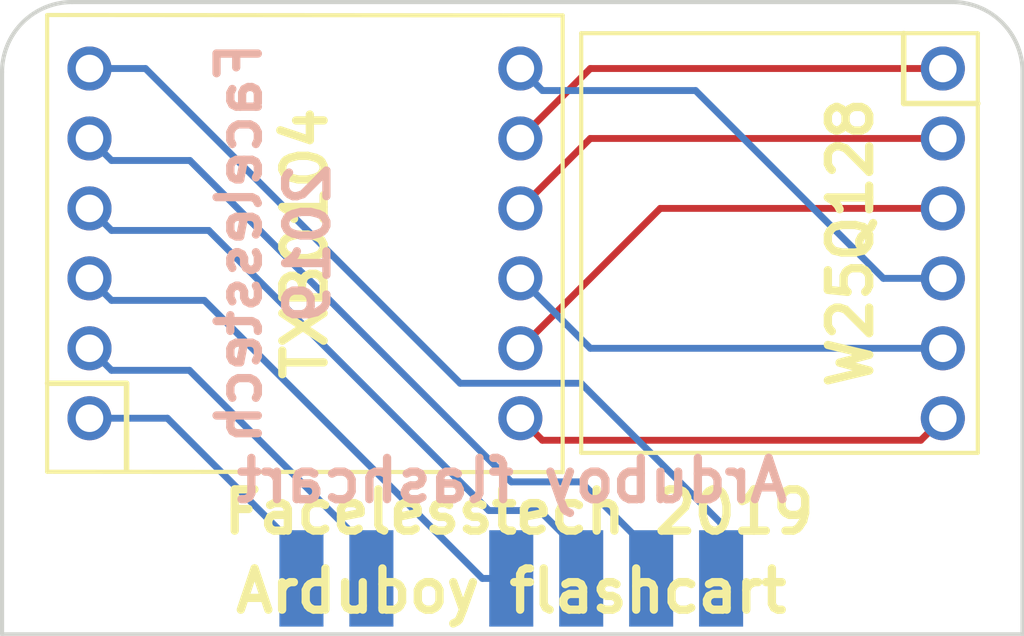
<source format=kicad_pcb>
(kicad_pcb (version 20171130) (host pcbnew 5.0.2+dfsg1-1~bpo9+1)

  (general
    (thickness 1.6)
    (drawings 17)
    (tracks 43)
    (zones 0)
    (modules 3)
    (nets 13)
  )

  (page A4)
  (layers
    (0 F.Cu signal)
    (31 B.Cu signal)
    (32 B.Adhes user)
    (33 F.Adhes user)
    (34 B.Paste user)
    (35 F.Paste user)
    (36 B.SilkS user)
    (37 F.SilkS user)
    (38 B.Mask user)
    (39 F.Mask user)
    (40 Dwgs.User user)
    (41 Cmts.User user)
    (42 Eco1.User user)
    (43 Eco2.User user)
    (44 Edge.Cuts user)
    (45 Margin user)
    (46 B.CrtYd user)
    (47 F.CrtYd user)
    (48 B.Fab user)
    (49 F.Fab user)
  )

  (setup
    (last_trace_width 0.25)
    (trace_clearance 0.2)
    (zone_clearance 0.508)
    (zone_45_only no)
    (trace_min 0.2)
    (segment_width 0.2)
    (edge_width 0.15)
    (via_size 0.8)
    (via_drill 0.4)
    (via_min_size 0.4)
    (via_min_drill 0.3)
    (uvia_size 0.3)
    (uvia_drill 0.1)
    (uvias_allowed no)
    (uvia_min_size 0.2)
    (uvia_min_drill 0.1)
    (pcb_text_width 0.3)
    (pcb_text_size 1.5 1.5)
    (mod_edge_width 0.15)
    (mod_text_size 1 1)
    (mod_text_width 0.15)
    (pad_size 1.524 1.524)
    (pad_drill 0.762)
    (pad_to_mask_clearance 0.051)
    (solder_mask_min_width 0.25)
    (aux_axis_origin 0 0)
    (visible_elements FFFFFF7F)
    (pcbplotparams
      (layerselection 0x010f0_ffffffff)
      (usegerberextensions false)
      (usegerberattributes false)
      (usegerberadvancedattributes false)
      (creategerberjobfile false)
      (excludeedgelayer true)
      (linewidth 0.100000)
      (plotframeref false)
      (viasonmask false)
      (mode 1)
      (useauxorigin false)
      (hpglpennumber 1)
      (hpglpenspeed 20)
      (hpglpendiameter 15.000000)
      (psnegative false)
      (psa4output false)
      (plotreference true)
      (plotvalue true)
      (plotinvisibletext false)
      (padsonsilk false)
      (subtractmaskfromsilk false)
      (outputformat 1)
      (mirror false)
      (drillshape 0)
      (scaleselection 1)
      (outputdirectory "gerbers/"))
  )

  (net 0 "")
  (net 1 "Net-(U1-Pad3)")
  (net 2 "Net-(U1-Pad4)")
  (net 3 "Net-(U1-Pad5)")
  (net 4 "Net-(U1-Pad6)")
  (net 5 "Net-(U1-Pad2)")
  (net 6 "Net-(U1-Pad1)")
  (net 7 "Net-(U2-Pad4)")
  (net 8 "Net-(U2-Pad3)")
  (net 9 "Net-(U2-Pad5)")
  (net 10 "Net-(U2-Pad6)")
  (net 11 "Net-(U2-Pad2)")
  (net 12 "Net-(U2-Pad1)")

  (net_class Default "This is the default net class."
    (clearance 0.2)
    (trace_width 0.25)
    (via_dia 0.8)
    (via_drill 0.4)
    (uvia_dia 0.3)
    (uvia_drill 0.1)
    (add_net "Net-(U1-Pad1)")
    (add_net "Net-(U1-Pad2)")
    (add_net "Net-(U1-Pad3)")
    (add_net "Net-(U1-Pad4)")
    (add_net "Net-(U1-Pad5)")
    (add_net "Net-(U1-Pad6)")
    (add_net "Net-(U2-Pad1)")
    (add_net "Net-(U2-Pad2)")
    (add_net "Net-(U2-Pad3)")
    (add_net "Net-(U2-Pad4)")
    (add_net "Net-(U2-Pad5)")
    (add_net "Net-(U2-Pad6)")
  )

  (module w25q128:W25Q128 (layer F.Cu) (tedit 5CE2C73A) (tstamp 5CFA0065)
    (at 132.6134 50.4444 90)
    (path /5CD716E2)
    (fp_text reference U1 (at -0.0635 -2.0701 90) (layer F.SilkS) hide
      (effects (font (size 1 1) (thickness 0.15)))
    )
    (fp_text value w25q128 (at -0.0254 -3.6195 90) (layer F.Fab) hide
      (effects (font (size 1 1) (thickness 0.15)))
    )
    (fp_line (start -7.6073 1.27) (end 7.6327 1.27) (layer F.SilkS) (width 0.15))
    (fp_line (start 7.6327 1.27) (end 7.6327 -13.1318) (layer F.SilkS) (width 0.15))
    (fp_line (start 7.6327 -13.1318) (end -7.6073 -13.1318) (layer F.SilkS) (width 0.15))
    (fp_line (start -7.6073 -13.1318) (end -7.6073 1.27) (layer F.SilkS) (width 0.15))
    (pad 3 thru_hole circle (at -1.27 0 90) (size 1.6 1.6) (drill 1) (layers *.Cu *.Mask)
      (net 1 "Net-(U1-Pad3)"))
    (pad 4 thru_hole circle (at 1.27 0 90) (size 1.6 1.6) (drill 1) (layers *.Cu *.Mask)
      (net 2 "Net-(U1-Pad4)"))
    (pad 5 thru_hole circle (at 3.81 0 90) (size 1.6 1.6) (drill 1) (layers *.Cu *.Mask)
      (net 3 "Net-(U1-Pad5)"))
    (pad 6 thru_hole circle (at 6.35 0 90) (size 1.6 1.6) (drill 1) (layers *.Cu *.Mask)
      (net 4 "Net-(U1-Pad6)"))
    (pad 2 thru_hole circle (at -3.81 0 90) (size 1.6 1.6) (drill 1) (layers *.Cu *.Mask)
      (net 5 "Net-(U1-Pad2)"))
    (pad 1 thru_hole circle (at -6.35 0 90) (size 1.6 1.6) (drill 1) (layers *.Cu *.Mask)
      (net 6 "Net-(U1-Pad1)"))
  )

  (module txb0104:TXB0104 (layer F.Cu) (tedit 5CE2C740) (tstamp 5CE412EC)
    (at 109.4486 50.4444)
    (path /5CD7125C)
    (fp_text reference U2 (at -0.0254 2.2352) (layer F.SilkS) hide
      (effects (font (size 1 1) (thickness 0.15)))
    )
    (fp_text value TXB0104 (at -0.0254 -1.8796) (layer F.Fab) hide
      (effects (font (size 1 1) (thickness 0.15)))
    )
    (fp_line (start -9.3599 -8.2931) (end -9.3599 8.2931) (layer F.SilkS) (width 0.15))
    (fp_line (start -9.3599 8.2931) (end 9.3599 8.3058) (layer F.SilkS) (width 0.15))
    (fp_line (start 9.3599 8.3058) (end 9.3599 -8.2804) (layer F.SilkS) (width 0.15))
    (fp_line (start 9.3599 -8.2804) (end -9.3599 -8.2931) (layer F.SilkS) (width 0.15))
    (pad 4 thru_hole circle (at -7.8232 -1.27) (size 1.6 1.6) (drill 1) (layers *.Cu *.Mask)
      (net 7 "Net-(U2-Pad4)"))
    (pad 3 thru_hole circle (at -7.8232 1.27) (size 1.6 1.6) (drill 1) (layers *.Cu *.Mask)
      (net 8 "Net-(U2-Pad3)"))
    (pad 10 thru_hole circle (at 7.8232 -1.27) (size 1.6 1.6) (drill 1) (layers *.Cu *.Mask)
      (net 3 "Net-(U1-Pad5)"))
    (pad 9 thru_hole circle (at 7.8232 1.27) (size 1.6 1.6) (drill 1) (layers *.Cu *.Mask)
      (net 5 "Net-(U1-Pad2)"))
    (pad 5 thru_hole circle (at -7.8232 -3.81) (size 1.6 1.6) (drill 1) (layers *.Cu *.Mask)
      (net 9 "Net-(U2-Pad5)"))
    (pad 6 thru_hole circle (at -7.8232 -6.35) (size 1.6 1.6) (drill 1) (layers *.Cu *.Mask)
      (net 10 "Net-(U2-Pad6)"))
    (pad 2 thru_hole circle (at -7.8232 3.81) (size 1.6 1.6) (drill 1) (layers *.Cu *.Mask)
      (net 11 "Net-(U2-Pad2)"))
    (pad 1 thru_hole circle (at -7.8232 6.35) (size 1.6 1.6) (drill 1) (layers *.Cu *.Mask)
      (net 12 "Net-(U2-Pad1)"))
    (pad 11 thru_hole circle (at 7.8232 -3.81) (size 1.6 1.6) (drill 1) (layers *.Cu *.Mask)
      (net 4 "Net-(U1-Pad6)"))
    (pad 12 thru_hole circle (at 7.8232 -6.35) (size 1.6 1.6) (drill 1) (layers *.Cu *.Mask)
      (net 1 "Net-(U1-Pad3)"))
    (pad 8 thru_hole circle (at 7.8232 3.81) (size 1.6 1.6) (drill 1) (layers *.Cu *.Mask)
      (net 2 "Net-(U1-Pad4)"))
    (pad 7 thru_hole circle (at 7.8232 6.35) (size 1.6 1.6) (drill 1) (layers *.Cu *.Mask)
      (net 6 "Net-(U1-Pad1)"))
  )

  (module arduboy_flashcart_port:arduboy_flashcart_port_smd (layer B.Cu) (tedit 5CE2C733) (tstamp 5CE41337)
    (at 118.2116 62.611)
    (path /5CDE8CEB)
    (fp_text reference U3 (at -0.0127 3.4671) (layer B.SilkS) hide
      (effects (font (size 1 1) (thickness 0.15)) (justify mirror))
    )
    (fp_text value arduboy_flashcart_header_custom (at 0.0127 6.0325) (layer B.Fab) hide
      (effects (font (size 1 1) (thickness 0.15)) (justify mirror))
    )
    (pad 3 smd rect (at -1.27 0) (size 1.6 3.5) (layers B.Cu B.Paste B.Mask)
      (net 8 "Net-(U2-Pad3)"))
    (pad 4 smd rect (at 1.27 0) (size 1.6 3.5) (layers B.Cu B.Paste B.Mask)
      (net 7 "Net-(U2-Pad4)"))
    (pad 5 smd rect (at 3.81 0) (size 1.6 3.5) (layers B.Cu B.Paste B.Mask)
      (net 9 "Net-(U2-Pad5)"))
    (pad 6 smd rect (at 6.35 0) (size 1.6 3.5) (layers B.Cu B.Paste B.Mask)
      (net 10 "Net-(U2-Pad6)"))
    (pad 1 smd rect (at -8.89 0) (size 1.6 3.5) (layers B.Cu B.Paste B.Mask)
      (net 12 "Net-(U2-Pad1)"))
    (pad 2 smd rect (at -6.35 0) (size 1.6 3.5) (layers B.Cu B.Paste B.Mask)
      (net 11 "Net-(U2-Pad2)"))
  )

  (gr_text "Facelesstech 2019" (at 117.221 60.198) (layer F.SilkS) (tstamp 5CE59291)
    (effects (font (size 1.5 1.5) (thickness 0.3)))
  )
  (gr_text "Arduboy flashcart" (at 116.9416 63.0682) (layer F.SilkS) (tstamp 5CE59236)
    (effects (font (size 1.5 1.5) (thickness 0.3)))
  )
  (gr_text 2019 (at 109.5502 50.4444 90) (layer B.SilkS)
    (effects (font (size 1.5 1.5) (thickness 0.3)) (justify mirror))
  )
  (gr_text Facelesstech (at 107.061 50.4444 90) (layer B.SilkS)
    (effects (font (size 1.5 1.5) (thickness 0.3)) (justify mirror))
  )
  (gr_text "Arduboy flashcart" (at 116.967 59.055) (layer B.SilkS)
    (effects (font (size 1.5 1.5) (thickness 0.3)) (justify mirror))
  )
  (gr_line (start 102.9716 55.5244) (end 102.9716 58.6994) (layer F.SilkS) (width 0.2))
  (gr_line (start 100.1014 55.5244) (end 102.9716 55.5244) (layer F.SilkS) (width 0.2))
  (gr_line (start 131.191 45.3644) (end 133.8834 45.3644) (layer F.SilkS) (width 0.2))
  (gr_line (start 131.191 42.8244) (end 131.191 45.3644) (layer F.SilkS) (width 0.2))
  (gr_text TXB0104 (at 109.4486 50.4444 90) (layer F.SilkS)
    (effects (font (size 1.5 1.5) (thickness 0.3)))
  )
  (gr_text W25Q128 (at 129.2606 50.419 90) (layer F.SilkS)
    (effects (font (size 1.5 1.5) (thickness 0.3)))
  )
  (gr_line (start 135.509 64.643) (end 98.4504 64.643) (layer Edge.Cuts) (width 0.15))
  (gr_line (start 100.9904 41.6814) (end 132.9436 41.6814) (layer Edge.Cuts) (width 0.15))
  (gr_line (start 98.4504 64.643) (end 98.4504 44.2214) (layer Edge.Cuts) (width 0.15))
  (gr_line (start 135.509 44.2214) (end 135.509 64.643) (layer Edge.Cuts) (width 0.15))
  (gr_arc (start 132.969 44.2214) (end 135.509 44.2214) (angle -90) (layer Edge.Cuts) (width 0.15))
  (gr_arc (start 100.9904 44.2214) (end 100.9904 41.6814) (angle -90) (layer Edge.Cuts) (width 0.15) (tstamp 5CE41315))

  (segment (start 118.071799 44.894399) (end 123.634399 44.894399) (width 0.25) (layer B.Cu) (net 1))
  (segment (start 117.2718 44.0944) (end 118.071799 44.894399) (width 0.25) (layer B.Cu) (net 1))
  (segment (start 130.4544 51.7144) (end 132.6134 51.7144) (width 0.25) (layer B.Cu) (net 1))
  (segment (start 123.634399 44.894399) (end 130.4544 51.7144) (width 0.25) (layer B.Cu) (net 1))
  (segment (start 122.3518 49.1744) (end 132.6134 49.1744) (width 0.25) (layer F.Cu) (net 2))
  (segment (start 117.2718 54.2544) (end 122.3518 49.1744) (width 0.25) (layer F.Cu) (net 2))
  (segment (start 119.8118 46.6344) (end 132.6134 46.6344) (width 0.25) (layer F.Cu) (net 3))
  (segment (start 117.2718 49.1744) (end 119.8118 46.6344) (width 0.25) (layer F.Cu) (net 3))
  (segment (start 119.8118 44.0944) (end 117.2718 46.6344) (width 0.25) (layer F.Cu) (net 4))
  (segment (start 132.6134 44.0944) (end 119.8118 44.0944) (width 0.25) (layer F.Cu) (net 4))
  (segment (start 119.8118 54.2544) (end 132.6134 54.2544) (width 0.25) (layer B.Cu) (net 5))
  (segment (start 117.2718 51.7144) (end 119.8118 54.2544) (width 0.25) (layer B.Cu) (net 5))
  (segment (start 131.813401 57.594399) (end 132.6134 56.7944) (width 0.25) (layer F.Cu) (net 6))
  (segment (start 118.071799 57.594399) (end 131.813401 57.594399) (width 0.25) (layer F.Cu) (net 6))
  (segment (start 117.2718 56.7944) (end 118.071799 57.594399) (width 0.25) (layer F.Cu) (net 6))
  (segment (start 102.425399 49.974399) (end 105.955999 49.974399) (width 0.25) (layer B.Cu) (net 7))
  (segment (start 101.6254 49.1744) (end 102.425399 49.974399) (width 0.25) (layer B.Cu) (net 7))
  (segment (start 105.955999 49.974399) (end 116.1288 60.1472) (width 0.25) (layer B.Cu) (net 7))
  (segment (start 119.4816 61.661) (end 119.4816 62.611) (width 0.25) (layer B.Cu) (net 7))
  (segment (start 117.9678 60.1472) (end 119.4816 61.661) (width 0.25) (layer B.Cu) (net 7))
  (segment (start 116.1288 60.1472) (end 117.9678 60.1472) (width 0.25) (layer B.Cu) (net 7))
  (segment (start 115.8916 62.611) (end 116.9416 62.611) (width 0.25) (layer B.Cu) (net 8))
  (segment (start 102.425399 52.514399) (end 105.794999 52.514399) (width 0.25) (layer B.Cu) (net 8))
  (segment (start 105.794999 52.514399) (end 115.8916 62.611) (width 0.25) (layer B.Cu) (net 8))
  (segment (start 101.6254 51.7144) (end 102.425399 52.514399) (width 0.25) (layer B.Cu) (net 8))
  (segment (start 102.425399 47.434399) (end 105.270199 47.434399) (width 0.25) (layer B.Cu) (net 9))
  (segment (start 101.6254 46.6344) (end 102.425399 47.434399) (width 0.25) (layer B.Cu) (net 9))
  (segment (start 105.270199 47.434399) (end 116.9416 59.1058) (width 0.25) (layer B.Cu) (net 9))
  (segment (start 122.0216 61.661) (end 122.0216 62.611) (width 0.25) (layer B.Cu) (net 9))
  (segment (start 119.4664 59.1058) (end 122.0216 61.661) (width 0.25) (layer B.Cu) (net 9))
  (segment (start 116.9416 59.1058) (end 119.4664 59.1058) (width 0.25) (layer B.Cu) (net 9))
  (segment (start 124.5616 60.611) (end 119.475 55.5244) (width 0.25) (layer B.Cu) (net 10))
  (segment (start 124.5616 62.611) (end 124.5616 60.611) (width 0.25) (layer B.Cu) (net 10))
  (segment (start 119.475 55.5244) (end 115.0874 55.5244) (width 0.25) (layer B.Cu) (net 10))
  (segment (start 103.6574 44.0944) (end 101.6254 44.0944) (width 0.25) (layer B.Cu) (net 10))
  (segment (start 115.0874 55.5244) (end 103.6574 44.0944) (width 0.25) (layer B.Cu) (net 10))
  (segment (start 105.254999 55.054399) (end 111.8616 61.661) (width 0.25) (layer B.Cu) (net 11))
  (segment (start 102.425399 55.054399) (end 105.254999 55.054399) (width 0.25) (layer B.Cu) (net 11))
  (segment (start 111.8616 61.661) (end 111.8616 62.611) (width 0.25) (layer B.Cu) (net 11))
  (segment (start 101.6254 54.2544) (end 102.425399 55.054399) (width 0.25) (layer B.Cu) (net 11))
  (segment (start 109.3216 61.661) (end 109.3216 62.611) (width 0.25) (layer B.Cu) (net 12))
  (segment (start 104.455 56.7944) (end 109.3216 61.661) (width 0.25) (layer B.Cu) (net 12))
  (segment (start 101.6254 56.7944) (end 104.455 56.7944) (width 0.25) (layer B.Cu) (net 12))

)

</source>
